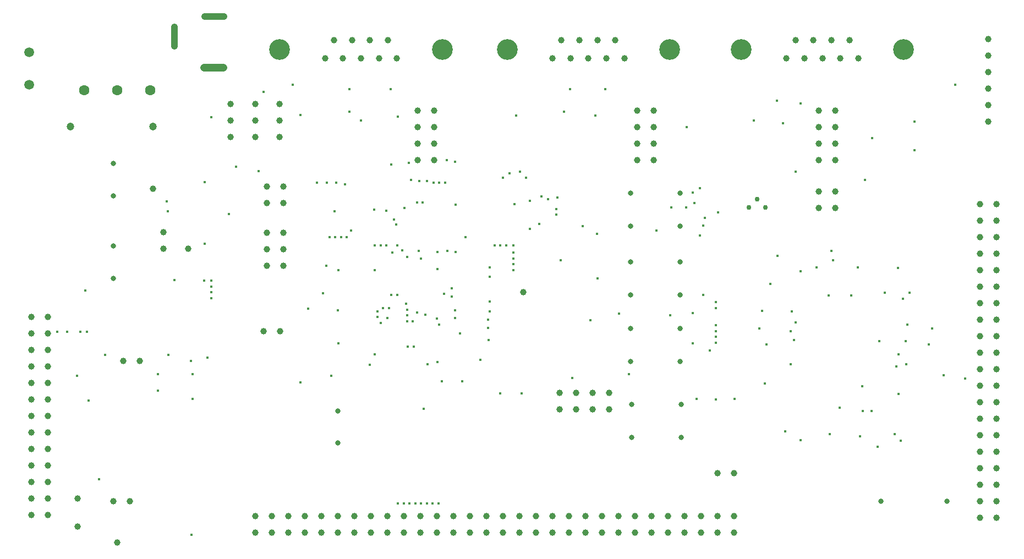
<source format=gbr>
%TF.GenerationSoftware,KiCad,Pcbnew,8.99.0-344-gfbc433deaa-dirty*%
%TF.CreationDate,2024-03-11T18:46:12+01:00*%
%TF.ProjectId,kit-dev-coldfire-xilinx_5213,6b69742d-6465-4762-9d63-6f6c64666972,2*%
%TF.SameCoordinates,Original*%
%TF.FileFunction,Plated,1,4,PTH,Mixed*%
%TF.FilePolarity,Positive*%
%FSLAX46Y46*%
G04 Gerber Fmt 4.6, Leading zero omitted, Abs format (unit mm)*
G04 Created by KiCad (PCBNEW 8.99.0-344-gfbc433deaa-dirty) date 2024-03-11 18:46:12*
%MOMM*%
%LPD*%
G01*
G04 APERTURE LIST*
%TA.AperFunction,ViaDrill*%
%ADD10C,0.400000*%
%TD*%
%TA.AperFunction,ComponentDrill*%
%ADD11C,0.750000*%
%TD*%
%TA.AperFunction,ComponentDrill*%
%ADD12C,0.800000*%
%TD*%
%TA.AperFunction,ComponentDrill*%
%ADD13C,0.812800*%
%TD*%
%TA.AperFunction,ComponentDrill*%
%ADD14C,1.000000*%
%TD*%
G04 aperture for slot hole*
%TA.AperFunction,ComponentDrill*%
%ADD15C,1.016000*%
%TD*%
%TA.AperFunction,ComponentDrill*%
%ADD16C,1.200000*%
%TD*%
G04 aperture for slot hole*
%TA.AperFunction,ComponentDrill*%
%ADD17C,1.200000*%
%TD*%
%TA.AperFunction,ComponentDrill*%
%ADD18C,1.500000*%
%TD*%
%TA.AperFunction,ComponentDrill*%
%ADD19C,1.600000*%
%TD*%
%TA.AperFunction,ComponentDrill*%
%ADD20C,3.200000*%
%TD*%
G04 APERTURE END LIST*
D10*
X80264000Y-108585000D03*
X81788000Y-108585000D03*
X83312000Y-115316000D03*
X83820000Y-108585000D03*
X84582000Y-102235000D03*
X84836000Y-108585000D03*
X85090000Y-119126000D03*
X86741000Y-131241000D03*
X87630000Y-112141000D03*
X95758000Y-115062000D03*
X95758000Y-117602000D03*
X97155000Y-88500000D03*
X97282000Y-90043000D03*
X97409000Y-112141000D03*
X98298000Y-100584000D03*
X100838000Y-113030000D03*
X100965000Y-139827000D03*
X101092000Y-115062000D03*
X101092000Y-118872000D03*
X102870000Y-100711000D03*
X103000000Y-85500000D03*
X103000000Y-95000000D03*
X103378000Y-112522000D03*
X104000000Y-75500000D03*
X104013000Y-100711000D03*
X104013000Y-101600000D03*
X104013000Y-102489000D03*
X104013000Y-103378000D03*
X106680000Y-90424000D03*
X107823000Y-83185000D03*
X111252000Y-83820000D03*
X112014000Y-71628000D03*
X116500000Y-70500000D03*
X117729000Y-75184000D03*
X117729000Y-116332000D03*
X118872000Y-105029000D03*
X120269000Y-85598000D03*
X121158000Y-102616000D03*
X121666000Y-98425000D03*
X121793000Y-85598000D03*
X122174000Y-93980000D03*
X122428000Y-115316000D03*
X122936000Y-90043000D03*
X123063000Y-93980000D03*
X123190000Y-85598000D03*
X123444000Y-105283000D03*
X123571000Y-99060000D03*
X123571000Y-110363000D03*
X123952000Y-93980000D03*
X124587000Y-85852000D03*
X124841000Y-93980000D03*
X125222000Y-71247000D03*
X125222000Y-74676000D03*
X125476000Y-92964000D03*
X127000000Y-76000000D03*
X128397000Y-113665000D03*
X129032000Y-89789000D03*
X129159000Y-95250000D03*
X129159000Y-99060000D03*
X129159000Y-112014000D03*
X129540000Y-105410000D03*
X129540000Y-106299000D03*
X130048000Y-95250000D03*
X130048000Y-107188000D03*
X130429000Y-104902000D03*
X130937000Y-89916000D03*
X130937000Y-95250000D03*
X131064000Y-106426000D03*
X131318000Y-104902000D03*
X131572000Y-71247000D03*
X131699000Y-82804000D03*
X131699000Y-102870000D03*
X131826000Y-96393000D03*
X132080000Y-91313000D03*
X132461000Y-92075000D03*
X132588000Y-95250000D03*
X132588000Y-102870000D03*
X132715000Y-75438000D03*
X132715000Y-135001000D03*
X133350000Y-96012000D03*
X133604000Y-135001000D03*
X133731000Y-89535000D03*
X133985000Y-104267000D03*
X134112000Y-97028000D03*
X134112000Y-105156000D03*
X134112000Y-106045000D03*
X134112000Y-106934000D03*
X134239000Y-110871000D03*
X134366000Y-82550000D03*
X134493000Y-135001000D03*
X134747000Y-85217000D03*
X135001000Y-106934000D03*
X135128000Y-110871000D03*
X135382000Y-135001000D03*
X135636000Y-88646000D03*
X135700000Y-105600000D03*
X135890000Y-96139000D03*
X136017000Y-85344000D03*
X136271000Y-97282000D03*
X136271000Y-135001000D03*
X136525000Y-88646000D03*
X136652000Y-120396000D03*
X136906000Y-105918000D03*
X137160000Y-85344000D03*
X137160000Y-135001000D03*
X137287000Y-113538000D03*
X138049000Y-135001000D03*
X138176000Y-85598000D03*
X138700000Y-106500000D03*
X138800000Y-113200000D03*
X138811000Y-96266000D03*
X138811000Y-98933000D03*
X138938000Y-135001000D03*
X139065000Y-85598000D03*
X139065000Y-107442000D03*
X139446000Y-116205000D03*
X139827000Y-102743000D03*
X139954000Y-85598000D03*
X140208000Y-82169000D03*
X140335000Y-96139000D03*
X140970000Y-101854000D03*
X140970000Y-103124000D03*
X141478000Y-82423000D03*
X141478000Y-105283000D03*
X141478000Y-106426000D03*
X141605000Y-89027000D03*
X141605000Y-96266000D03*
X142240000Y-108839000D03*
X142621000Y-116205000D03*
X143100000Y-94000000D03*
X145415000Y-112903000D03*
X146558000Y-106680000D03*
X146558000Y-107950000D03*
X146685000Y-109855000D03*
X146812000Y-98679000D03*
X146812000Y-100076000D03*
X146812000Y-103886000D03*
X146812000Y-105410000D03*
X147574000Y-95250000D03*
X148463000Y-95250000D03*
X148500000Y-118000000D03*
X148844000Y-84836000D03*
X149352000Y-95250000D03*
X149860000Y-84201000D03*
X150495000Y-95250000D03*
X150495000Y-96393000D03*
X150495000Y-97282000D03*
X150495000Y-98171000D03*
X150495000Y-99060000D03*
X150622000Y-88900000D03*
X150876000Y-75311000D03*
X151511000Y-83947000D03*
X151750000Y-118000000D03*
X152400000Y-84836000D03*
X153035000Y-88392000D03*
X153035000Y-92710000D03*
X154432000Y-91948000D03*
X154813000Y-87757000D03*
X155829000Y-88138000D03*
X157099000Y-89662000D03*
X157099000Y-90551000D03*
X157226000Y-87884000D03*
X157734000Y-97536000D03*
X158242000Y-74676000D03*
X159253000Y-71247000D03*
X159512000Y-115697000D03*
X161163000Y-92329000D03*
X162306000Y-106807000D03*
X163068000Y-75311000D03*
X163322000Y-93472000D03*
X163449000Y-100330000D03*
X164592000Y-71247000D03*
X166751000Y-105791000D03*
X168275000Y-115062000D03*
X172466000Y-92964000D03*
X174625000Y-106045000D03*
X174752000Y-89408000D03*
X177038000Y-89408000D03*
X177165000Y-77089000D03*
X178054000Y-105664000D03*
X178054000Y-110363000D03*
X178070000Y-87170000D03*
X178308000Y-88773000D03*
X178689000Y-118872000D03*
X179197000Y-86487000D03*
X179197000Y-93726000D03*
X179705000Y-92202000D03*
X179705000Y-102870000D03*
X179959000Y-91059000D03*
X180721000Y-111457740D03*
X181610000Y-104013000D03*
X181610000Y-104902000D03*
X181610000Y-107569000D03*
X181610000Y-108458000D03*
X181610000Y-109347000D03*
X181610000Y-110236000D03*
X181610000Y-118999000D03*
X181991000Y-90170000D03*
X184531000Y-118872000D03*
X187500000Y-76000000D03*
X188374020Y-108021120D03*
X188798200Y-105321100D03*
X189156340Y-116509800D03*
X189438280Y-110502700D03*
X190047880Y-101206300D03*
X191008000Y-73025000D03*
X191152780Y-96906080D03*
X192000000Y-76500000D03*
X192333880Y-123845320D03*
X193126360Y-108455460D03*
X193167000Y-113538000D03*
X193294000Y-105410000D03*
X193675000Y-109855000D03*
X193903600Y-107111800D03*
X193929000Y-83947000D03*
X194678300Y-99253040D03*
X194691000Y-73406000D03*
X194691000Y-125222000D03*
X197104000Y-98679000D03*
X199009000Y-102976680D03*
X199174100Y-124272040D03*
X199390000Y-96139000D03*
X199644000Y-97536000D03*
X200660000Y-120269000D03*
X202481180Y-102997000D03*
X203454000Y-98673920D03*
X203794360Y-124617480D03*
X204144880Y-116954300D03*
X204216000Y-120777000D03*
X204566520Y-85211920D03*
X205613000Y-120777000D03*
X205661260Y-78740000D03*
X206502000Y-126238000D03*
X206834740Y-109987080D03*
X207619600Y-102565200D03*
X209166460Y-124264420D03*
X209379820Y-113860580D03*
X209677000Y-98694240D03*
X209732880Y-118094760D03*
X209748120Y-112008920D03*
X210073240Y-125275340D03*
X210431380Y-103477060D03*
X210820000Y-109982000D03*
X210947000Y-113538000D03*
X211074000Y-107442000D03*
X211414360Y-102567740D03*
X212194140Y-80645000D03*
X212237320Y-76248260D03*
X214454740Y-110502700D03*
X214914480Y-108005880D03*
X216689940Y-115280440D03*
X218500000Y-70500000D03*
X220002100Y-115755420D03*
D11*
%TO.C,LV101*%
X186690000Y-89408000D03*
X187960000Y-88138000D03*
X189230000Y-89408000D03*
D12*
%TO.C,C212*%
X88900000Y-82630000D03*
X88900000Y-87630000D03*
%TO.C,C215*%
X88900000Y-95330000D03*
X88900000Y-100330000D03*
%TO.C,Y101*%
X123444000Y-120777000D03*
X123444000Y-125677000D03*
%TO.C,R302*%
X207010000Y-134620000D03*
X217170000Y-134620000D03*
D13*
%TO.C,RST_SW101*%
X168529000Y-87249000D03*
X168529000Y-92329000D03*
%TO.C,ABRT_SW101*%
X168529000Y-97790000D03*
X168529000Y-102870000D03*
%TO.C,SW201*%
X168529000Y-108077000D03*
X168529000Y-113157000D03*
%TO.C,SW202*%
X168656000Y-119761000D03*
X168656000Y-124841000D03*
%TO.C,RST_SW101*%
X176149000Y-87249000D03*
X176149000Y-92329000D03*
%TO.C,ABRT_SW101*%
X176149000Y-97790000D03*
X176149000Y-102870000D03*
%TO.C,SW201*%
X176149000Y-108077000D03*
X176149000Y-113157000D03*
%TO.C,SW202*%
X176276000Y-119761000D03*
X176276000Y-124841000D03*
D14*
%TO.C,BDM_PORT101*%
X76327000Y-106299000D03*
X76327000Y-108839000D03*
X76327000Y-111379000D03*
X76327000Y-113919000D03*
X76327000Y-116459000D03*
X76327000Y-118999000D03*
X76327000Y-121539000D03*
X76327000Y-124079000D03*
X76327000Y-126619000D03*
X76327000Y-129159000D03*
X76327000Y-131699000D03*
X76327000Y-134239000D03*
X76327000Y-136779000D03*
X78867000Y-106299000D03*
X78867000Y-108839000D03*
X78867000Y-111379000D03*
X78867000Y-113919000D03*
X78867000Y-116459000D03*
X78867000Y-118999000D03*
X78867000Y-121539000D03*
X78867000Y-124079000D03*
X78867000Y-126619000D03*
X78867000Y-129159000D03*
X78867000Y-131699000D03*
X78867000Y-134239000D03*
X78867000Y-136779000D03*
%TO.C,CLKOUT101*%
X83439000Y-134239000D03*
%TO.C,TA-101*%
X83439000Y-138557000D03*
%TO.C,CT101*%
X88900000Y-134620000D03*
%TO.C,GND101*%
X89535000Y-140970000D03*
%TO.C,JP201*%
X90500000Y-113000000D03*
%TO.C,CT101*%
X91440000Y-134620000D03*
%TO.C,JP201*%
X93040000Y-113000000D03*
%TO.C,VREF201*%
X95000000Y-86500000D03*
%TO.C,CAN_TERM201*%
X96647000Y-93218000D03*
X96647000Y-95758000D03*
%TO.C,RS201*%
X100457000Y-95758000D03*
%TO.C,COM_SEL201*%
X107000000Y-73533000D03*
X107000000Y-76073000D03*
X107000000Y-78613000D03*
%TO.C,COM_SEL202*%
X110744000Y-73533000D03*
X110744000Y-76073000D03*
X110744000Y-78613000D03*
%TO.C,MCU_PORT201*%
X110744000Y-136906000D03*
X110744000Y-139446000D03*
%TO.C,VDDA101*%
X112014000Y-108458000D03*
%TO.C,CAN_EN201*%
X112522000Y-86233000D03*
X112522000Y-88773000D03*
%TO.C,JP101*%
X112522000Y-93345000D03*
X112522000Y-95885000D03*
X112522000Y-98425000D03*
%TO.C,MCU_PORT201*%
X113284000Y-136906000D03*
X113284000Y-139446000D03*
%TO.C,COM_SEL203*%
X114500000Y-73533000D03*
X114500000Y-76073000D03*
X114500000Y-78613000D03*
%TO.C,VDDA101*%
X114554000Y-108458000D03*
%TO.C,CAN_EN201*%
X115062000Y-86233000D03*
X115062000Y-88773000D03*
%TO.C,JP101*%
X115062000Y-93345000D03*
X115062000Y-95885000D03*
X115062000Y-98425000D03*
%TO.C,MCU_PORT201*%
X115824000Y-136906000D03*
X115824000Y-139446000D03*
X118364000Y-136906000D03*
X118364000Y-139446000D03*
X120904000Y-136906000D03*
X120904000Y-139446000D03*
%TO.C,UARTCAN203*%
X121500000Y-66500000D03*
X122885000Y-63660000D03*
%TO.C,MCU_PORT201*%
X123444000Y-136906000D03*
X123444000Y-139446000D03*
%TO.C,UARTCAN203*%
X124270000Y-66500000D03*
X125655000Y-63660000D03*
%TO.C,MCU_PORT201*%
X125984000Y-136906000D03*
X125984000Y-139446000D03*
%TO.C,UARTCAN203*%
X127040000Y-66500000D03*
X128425000Y-63660000D03*
%TO.C,MCU_PORT201*%
X128524000Y-136906000D03*
X128524000Y-139446000D03*
%TO.C,UARTCAN203*%
X129810000Y-66500000D03*
%TO.C,MCU_PORT201*%
X131064000Y-136906000D03*
X131064000Y-139446000D03*
%TO.C,UARTCAN203*%
X131195000Y-63660000D03*
X132580000Y-66500000D03*
%TO.C,MCU_PORT201*%
X133604000Y-136906000D03*
X133604000Y-139446000D03*
%TO.C,UART_EN203*%
X135763000Y-74549000D03*
X135763000Y-77089000D03*
X135763000Y-79629000D03*
X135763000Y-82169000D03*
%TO.C,MCU_PORT201*%
X136144000Y-136906000D03*
X136144000Y-139446000D03*
%TO.C,UART_EN203*%
X138303000Y-74549000D03*
X138303000Y-77089000D03*
X138303000Y-79629000D03*
X138303000Y-82169000D03*
%TO.C,MCU_PORT201*%
X138684000Y-136906000D03*
X138684000Y-139446000D03*
X141224000Y-136906000D03*
X141224000Y-139446000D03*
X143764000Y-136906000D03*
X143764000Y-139446000D03*
X146304000Y-136906000D03*
X146304000Y-139446000D03*
X148844000Y-136906000D03*
X148844000Y-139446000D03*
X151384000Y-136906000D03*
X151384000Y-139446000D03*
%TO.C,ALLPST101*%
X152019000Y-102489000D03*
%TO.C,MCU_PORT201*%
X153924000Y-136906000D03*
X153924000Y-139446000D03*
X156464000Y-136906000D03*
X156464000Y-139446000D03*
%TO.C,UARTCAN202*%
X156500000Y-66500000D03*
%TO.C,PULUPEN201*%
X157607000Y-117983000D03*
X157607000Y-120523000D03*
%TO.C,UARTCAN202*%
X157885000Y-63660000D03*
%TO.C,MCU_PORT201*%
X159004000Y-136906000D03*
X159004000Y-139446000D03*
%TO.C,UARTCAN202*%
X159270000Y-66500000D03*
%TO.C,PULUPEN201*%
X160147000Y-117983000D03*
X160147000Y-120523000D03*
%TO.C,UARTCAN202*%
X160655000Y-63660000D03*
%TO.C,MCU_PORT201*%
X161544000Y-136906000D03*
X161544000Y-139446000D03*
%TO.C,UARTCAN202*%
X162040000Y-66500000D03*
%TO.C,PULUPEN201*%
X162687000Y-117983000D03*
X162687000Y-120523000D03*
%TO.C,UARTCAN202*%
X163425000Y-63660000D03*
%TO.C,MCU_PORT201*%
X164084000Y-136906000D03*
X164084000Y-139446000D03*
%TO.C,UARTCAN202*%
X164810000Y-66500000D03*
%TO.C,PULUPEN201*%
X165227000Y-117983000D03*
X165227000Y-120523000D03*
%TO.C,UARTCAN202*%
X166195000Y-63660000D03*
%TO.C,MCU_PORT201*%
X166624000Y-136906000D03*
X166624000Y-139446000D03*
%TO.C,UARTCAN202*%
X167580000Y-66500000D03*
%TO.C,MCU_PORT201*%
X169164000Y-136906000D03*
X169164000Y-139446000D03*
%TO.C,UART_EN202*%
X169545000Y-74549000D03*
X169545000Y-77089000D03*
X169545000Y-79629000D03*
X169545000Y-82169000D03*
%TO.C,MCU_PORT201*%
X171704000Y-136906000D03*
X171704000Y-139446000D03*
%TO.C,UART_EN202*%
X172085000Y-74549000D03*
X172085000Y-77089000D03*
X172085000Y-79629000D03*
X172085000Y-82169000D03*
%TO.C,MCU_PORT201*%
X174244000Y-136906000D03*
X174244000Y-139446000D03*
X176784000Y-136906000D03*
X176784000Y-139446000D03*
X179324000Y-136906000D03*
X179324000Y-139446000D03*
%TO.C,VX_EN201*%
X181864000Y-130302000D03*
%TO.C,MCU_PORT201*%
X181864000Y-136906000D03*
X181864000Y-139446000D03*
%TO.C,VX_EN201*%
X184404000Y-130302000D03*
%TO.C,MCU_PORT201*%
X184404000Y-136906000D03*
X184404000Y-139446000D03*
%TO.C,UARTCAN201*%
X192500000Y-66500000D03*
X193885000Y-63660000D03*
X195270000Y-66500000D03*
X196655000Y-63660000D03*
%TO.C,UART_EN201*%
X197485000Y-74549000D03*
X197485000Y-77089000D03*
X197485000Y-79629000D03*
X197485000Y-82169000D03*
%TO.C,P302*%
X197500000Y-87000000D03*
X197500000Y-89540000D03*
%TO.C,UARTCAN201*%
X198040000Y-66500000D03*
X199425000Y-63660000D03*
%TO.C,UART_EN201*%
X200025000Y-74549000D03*
X200025000Y-77089000D03*
X200025000Y-79629000D03*
X200025000Y-82169000D03*
%TO.C,P302*%
X200040000Y-87000000D03*
X200040000Y-89540000D03*
%TO.C,UARTCAN201*%
X200810000Y-66500000D03*
X202195000Y-63660000D03*
X203580000Y-66500000D03*
%TO.C,P303*%
X222250000Y-88900000D03*
X222250000Y-91440000D03*
X222250000Y-93980000D03*
X222250000Y-96520000D03*
X222250000Y-99060000D03*
X222250000Y-101600000D03*
X222250000Y-104140000D03*
X222250000Y-106680000D03*
X222250000Y-109220000D03*
X222250000Y-111760000D03*
X222250000Y-114300000D03*
X222250000Y-116840000D03*
X222250000Y-119380000D03*
X222250000Y-121920000D03*
X222250000Y-124460000D03*
X222250000Y-127000000D03*
X222250000Y-129540000D03*
X222250000Y-132080000D03*
X222250000Y-134620000D03*
X222250000Y-137160000D03*
%TO.C,P301*%
X223520000Y-63500000D03*
X223520000Y-66040000D03*
X223520000Y-68580000D03*
X223520000Y-71120000D03*
X223520000Y-73660000D03*
X223520000Y-76200000D03*
%TO.C,P303*%
X224790000Y-88900000D03*
X224790000Y-91440000D03*
X224790000Y-93980000D03*
X224790000Y-96520000D03*
X224790000Y-99060000D03*
X224790000Y-101600000D03*
X224790000Y-104140000D03*
X224790000Y-106680000D03*
X224790000Y-109220000D03*
X224790000Y-111760000D03*
X224790000Y-114300000D03*
X224790000Y-116840000D03*
X224790000Y-119380000D03*
X224790000Y-121920000D03*
X224790000Y-124460000D03*
X224790000Y-127000000D03*
X224790000Y-129540000D03*
X224790000Y-132080000D03*
X224790000Y-134620000D03*
X224790000Y-137160000D03*
D15*
%TO.C,J201*%
X98300000Y-64592000D02*
X98300000Y-61608000D01*
X103008000Y-60000000D02*
X105992000Y-60000000D01*
D16*
%TO.C,D201*%
X82300000Y-77000000D03*
X95000000Y-77000000D03*
D17*
%TO.C,J201*%
X102900000Y-67900000D02*
X105900000Y-67900000D01*
D18*
%TO.C,TB201*%
X76000000Y-65500000D03*
X76000000Y-70500000D03*
D19*
%TO.C,SW_ONOFF201*%
X84420000Y-71374000D03*
X89500000Y-71374000D03*
X94580000Y-71374000D03*
D20*
%TO.C,UARTCAN203*%
X114540000Y-65080000D03*
X139540000Y-65080000D03*
%TO.C,UARTCAN202*%
X149540000Y-65080000D03*
X174540000Y-65080000D03*
%TO.C,UARTCAN201*%
X185540000Y-65080000D03*
X210540000Y-65080000D03*
M02*

</source>
